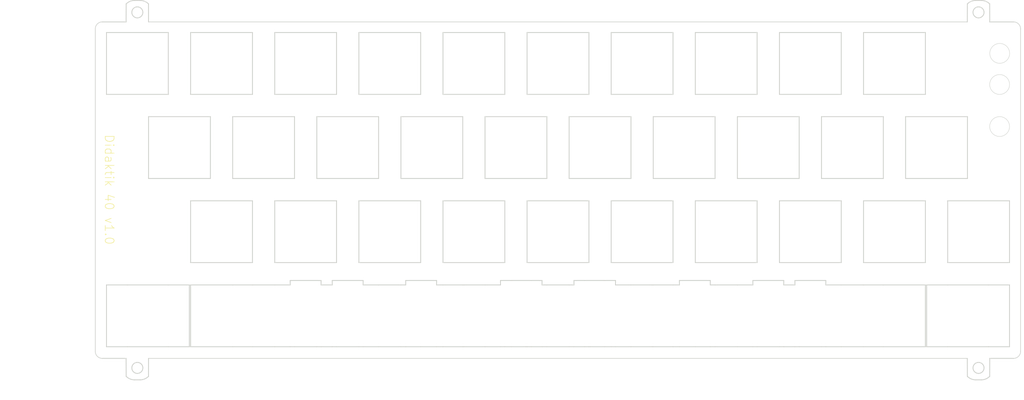
<source format=kicad_pcb>
(kicad_pcb (version 20211014) (generator pcbnew)

  (general
    (thickness 1.6)
  )

  (paper "A4")
  (layers
    (0 "F.Cu" signal)
    (31 "B.Cu" signal)
    (32 "B.Adhes" user "B.Adhesive")
    (33 "F.Adhes" user "F.Adhesive")
    (34 "B.Paste" user)
    (35 "F.Paste" user)
    (36 "B.SilkS" user "B.Silkscreen")
    (37 "F.SilkS" user "F.Silkscreen")
    (38 "B.Mask" user)
    (39 "F.Mask" user)
    (40 "Dwgs.User" user "User.Drawings")
    (41 "Cmts.User" user "User.Comments")
    (42 "Eco1.User" user "User.Eco1")
    (43 "Eco2.User" user "User.Eco2")
    (44 "Edge.Cuts" user)
    (45 "Margin" user)
    (46 "B.CrtYd" user "B.Courtyard")
    (47 "F.CrtYd" user "F.Courtyard")
    (48 "B.Fab" user)
    (49 "F.Fab" user)
    (50 "User.1" user)
    (51 "User.2" user)
    (52 "User.3" user)
    (53 "User.4" user)
    (54 "User.5" user)
    (55 "User.6" user)
    (56 "User.7" user)
    (57 "User.8" user)
    (58 "User.9" user)
  )

  (setup
    (stackup
      (layer "F.SilkS" (type "Top Silk Screen"))
      (layer "F.Paste" (type "Top Solder Paste"))
      (layer "F.Mask" (type "Top Solder Mask") (thickness 0.01))
      (layer "F.Cu" (type "copper") (thickness 0.035))
      (layer "dielectric 1" (type "core") (thickness 1.51) (material "FR4") (epsilon_r 4.5) (loss_tangent 0.02))
      (layer "B.Cu" (type "copper") (thickness 0.035))
      (layer "B.Mask" (type "Bottom Solder Mask") (thickness 0.01))
      (layer "B.Paste" (type "Bottom Solder Paste"))
      (layer "B.SilkS" (type "Bottom Silk Screen"))
      (copper_finish "None")
      (dielectric_constraints no)
    )
    (pad_to_mask_clearance 0)
    (pcbplotparams
      (layerselection 0x00010fc_ffffffff)
      (disableapertmacros false)
      (usegerberextensions false)
      (usegerberattributes true)
      (usegerberadvancedattributes true)
      (creategerberjobfile true)
      (svguseinch false)
      (svgprecision 6)
      (excludeedgelayer true)
      (plotframeref false)
      (viasonmask false)
      (mode 1)
      (useauxorigin false)
      (hpglpennumber 1)
      (hpglpenspeed 20)
      (hpglpendiameter 15.000000)
      (dxfpolygonmode true)
      (dxfimperialunits true)
      (dxfusepcbnewfont true)
      (psnegative false)
      (psa4output false)
      (plotreference true)
      (plotvalue true)
      (plotinvisibletext false)
      (sketchpadsonfab false)
      (subtractmaskfromsilk false)
      (outputformat 1)
      (mirror false)
      (drillshape 1)
      (scaleselection 1)
      (outputdirectory "")
    )
  )

  (net 0 "")

  (gr_line (start 67.34 105.44) (end 72.39 105.44) (layer "Edge.Cuts") (width 0.2) (tstamp 014dcc6d-6bd4-4ce7-bed4-fea7dce605d0))
  (gr_line (start 38.747844 27.801773) (end 38.735 31.877) (layer "Edge.Cuts") (width 0.2) (tstamp 035547ae-070c-496e-b94b-f31269fce3d4))
  (gr_line (start 210.215 67.34) (end 210.215 53.34) (layer "Edge.Cuts") (width 0.2) (tstamp 04103c59-3670-4989-85d5-bfbe9e625fb8))
  (gr_line (start 149.565 105.44) (end 153.065 105.44) (layer "Edge.Cuts") (width 0.2) (tstamp 058e810a-adb5-4632-a89f-3e66082f8681))
  (gr_line (start 85.415 105.44) (end 86.39 105.44) (layer "Edge.Cuts") (width 0.2) (tstamp 05e2f15c-8a08-4e3f-9839-4c660e0af396))
  (gr_line (start 167.64 48.29) (end 181.64 48.29) (layer "Edge.Cuts") (width 0.2) (tstamp 085c1968-49ea-4c14-8bbd-5275c19e9716))
  (gr_line (start 95.915 67.34) (end 95.915 53.34) (layer "Edge.Cuts") (width 0.2) (tstamp 08b7d497-767f-44e4-a426-5144d36d62a3))
  (gr_line (start 114.965 91.44) (end 110.49 91.44) (layer "Edge.Cuts") (width 0.2) (tstamp 093c954c-a769-4680-95a4-20acfc8bd6ce))
  (gr_line (start 39.0525 91.44) (end 34.29 91.44) (layer "Edge.Cuts") (width 0.2) (tstamp 094cb42d-e583-4084-a30d-4ceafc88b55c))
  (gr_line (start 180.665 90.44) (end 180.665 91.44) (layer "Edge.Cuts") (width 0.2) (tstamp 09d6809d-73be-49d1-9716-cb87dc64f2c5))
  (gr_line (start 81.915 105.44) (end 82.89 105.44) (layer "Edge.Cuts") (width 0.2) (tstamp 0a9727dd-1351-42a4-be81-430fd3937c1a))
  (gr_line (start 153.065 67.34) (end 153.065 53.34) (layer "Edge.Cuts") (width 0.2) (tstamp 0b64bf63-8703-4d53-9ae2-d80c124c0436))
  (gr_line (start 167.64 34.29) (end 167.64 48.29) (layer "Edge.Cuts") (width 0.2) (tstamp 0b8ac86a-073e-41b9-a263-46864d5c8385))
  (gr_line (start 57.815 53.34) (end 43.815 53.34) (layer "Edge.Cuts") (width 0.2) (tstamp 0be77a90-fe56-4e2b-b6d0-f66b945dbdbe))
  (gr_line (start 72.39 105.44) (end 75.89 105.44) (layer "Edge.Cuts") (width 0.2) (tstamp 0d24d1c0-a3da-4fcb-88f7-e97713683b83))
  (gr_line (start 172.115 53.34) (end 158.115 53.34) (layer "Edge.Cuts") (width 0.2) (tstamp 0e4e04df-74c3-4799-8ff4-2ceb8b6ab26f))
  (gr_line (start 109.052 91.44) (end 109.052 90.44) (layer "Edge.Cuts") (width 0.2) (tstamp 0f330b6b-3148-4d03-8e0c-ddf61085528d))
  (gr_line (start 91.44 105.44) (end 92.415 105.44) (layer "Edge.Cuts") (width 0.2) (tstamp 105d2fa5-054f-4157-baed-c7c5b3ce8a49))
  (gr_line (start 177.165 91.44) (end 172.115 91.44) (layer "Edge.Cuts") (width 0.2) (tstamp 10ca848f-35fb-4e58-94ea-befa6be558f0))
  (gr_line (start 85.415 90.44) (end 85.415 91.44) (layer "Edge.Cuts") (width 0.2) (tstamp 10f0d698-6da2-4cf7-8ead-a7cd5cb746b6))
  (gr_line (start 129.2525 105.44) (end 129.54 105.44) (layer "Edge.Cuts") (width 0.2) (tstamp 11026e76-45f1-499c-9138-83e0bfa2402d))
  (gr_line (start 102.052 90.44) (end 102.052 91.44) (layer "Edge.Cuts") (width 0.2) (tstamp 118d1d0b-c0aa-4659-a000-ca0e61b21562))
  (gr_line (start 34.29 34.29) (end 34.29 48.29) (layer "Edge.Cuts") (width 0.2) (tstamp 11d58571-2068-4acf-9ae1-efcb0a883e50))
  (gr_line (start 81.915 53.34) (end 81.915 67.34) (layer "Edge.Cuts") (width 0.2) (tstamp 129c33b3-0b19-47de-aa59-95234f3669bf))
  (gr_line (start 229.247844 27.801773) (end 229.235 31.877) (layer "Edge.Cuts") (width 0.2) (tstamp 137fc5bd-d25c-43f4-8ef7-6443c293ee0e))
  (gr_line (start 164.028 90.44) (end 164.028 91.44) (layer "Edge.Cuts") (width 0.2) (tstamp 138d6ae2-07a0-4dd3-b0d3-d9c831fb458a))
  (gr_line (start 102.052 91.44) (end 100.965 91.44) (layer "Edge.Cuts") (width 0.2) (tstamp 13dc51e1-d0fd-4025-9994-2ec693607dc1))
  (gr_line (start 196.215 105.44) (end 197.19 105.44) (layer "Edge.Cuts") (width 0.2) (tstamp 140aebad-0cc3-4823-b6a5-37fbd1d90394))
  (gr_circle (center 236.575064 39.004) (end 238.162564 40.5915) (layer "Edge.Cuts") (width 0.1) (fill none) (tstamp 1424a565-e8ad-436c-b4d7-dcf9bac3ec0e))
  (gr_line (start 105.44 48.29) (end 105.44 34.29) (layer "Edge.Cuts") (width 0.2) (tstamp 142b2a1e-c8a8-4fcb-92df-49e127f95b3b))
  (gr_line (start 162.59 105.44) (end 164.028 105.44) (layer "Edge.Cuts") (width 0.2) (tstamp 174ba6e0-c673-4808-9f84-b71b9768dd8f))
  (gr_line (start 132.928 91.44) (end 132.928 90.44) (layer "Edge.Cuts") (width 0.2) (tstamp 178c84ff-5a83-483a-85e9-fa88cdd63d63))
  (gr_arc (start 41.909355 27.018284) (mid 42.93304 27.22189) (end 43.800866 27.801773) (layer "Edge.Cuts") (width 0.2) (tstamp 17f8af72-a40e-4f9d-a464-57eb5bc58259))
  (gr_line (start 86.39 48.29) (end 86.39 34.29) (layer "Edge.Cuts") (width 0.2) (tstamp 17fc97cf-49a2-4816-bab6-6267ec2d2d21))
  (gr_line (start 39.0525 105.44) (end 48.29 105.44) (layer "Edge.Cuts") (width 0.2) (tstamp 1805d920-9d29-4bc8-80e4-4a44842d7f03))
  (gr_line (start 92.415 91.44) (end 92.415 90.44) (layer "Edge.Cuts") (width 0.2) (tstamp 187adb2e-64e0-4baf-93d6-fdee6dc21e8b))
  (gr_line (start 67.34 72.39) (end 53.34 72.39) (layer "Edge.Cuts") (width 0.2) (tstamp 1c3b0839-f729-4ef8-b35e-24f8d1b25bf9))
  (gr_line (start 53.34 48.29) (end 67.34 48.29) (layer "Edge.Cuts") (width 0.2) (tstamp 1e33406d-c8b4-4e8e-84e4-72e63116b2e9))
  (gr_line (start 177.165 67.34) (end 191.165 67.34) (layer "Edge.Cuts") (width 0.2) (tstamp 1f81bb4d-e5b4-4356-ae55-6fc5328bd91f))
  (gr_line (start 234.0275 91.44) (end 224.79 91.44) (layer "Edge.Cuts") (width 0.2) (tstamp 200d52a4-056c-4a5d-937b-aeda0edf93a2))
  (gr_line (start 215.265 67.34) (end 229.265 67.34) (layer "Edge.Cuts") (width 0.2) (tstamp 21e28c5a-bb72-4b78-9bc6-cdae8f63bb03))
  (gr_line (start 48.29 34.29) (end 34.29 34.29) (layer "Edge.Cuts") (width 0.2) (tstamp 22736ab2-788f-45a4-acad-a96b82bc2aa1))
  (gr_line (start 91.44 86.39) (end 105.44 86.39) (layer "Edge.Cuts") (width 0.2) (tstamp 22932e26-4b2c-4af7-a168-100b5d976acd))
  (gr_line (start 86.39 105.44) (end 91.44 105.44) (layer "Edge.Cuts") (width 0.2) (tstamp 229b4884-500c-47b6-8af0-af5c8268860b))
  (gr_line (start 157.8275 91.44) (end 153.065 91.44) (layer "Edge.Cuts") (width 0.2) (tstamp 23029278-0dfd-4bcb-9948-cbeea5c11dd4))
  (gr_line (start 172.115 91.44) (end 171.028 91.44) (layer "Edge.Cuts") (width 0.2) (tstamp 244ddc88-6c69-4170-84fd-a0f99e0622e4))
  (gr_line (start 72.39 86.39) (end 86.39 86.39) (layer "Edge.Cuts") (width 0.2) (tstamp 2547d6fe-129f-47d8-be50-29d9cbb4c1e4))
  (gr_line (start 81.915 67.34) (end 95.915 67.34) (layer "Edge.Cuts") (width 0.2) (tstamp 278f911f-b412-42f1-ba8d-b6a5051dd338))
  (gr_line (start 110.49 91.44) (end 109.052 91.44) (layer "Edge.Cuts") (width 0.2) (tstamp 27b1e16c-3a6d-4db3-a820-cd57ef92a218))
  (gr_line (start 109.052 90.44) (end 102.052 90.44) (layer "Edge.Cuts") (width 0.2) (tstamp 2a6fd77a-fbf7-4675-9f26-58550f2e58a1))
  (gr_line (start 153.065 105.44) (end 157.8275 105.44) (layer "Edge.Cuts") (width 0.2) (tstamp 2e15f03c-8712-420c-8f0c-4e4151d50a7d))
  (gr_line (start 186.69 48.29) (end 200.69 48.29) (layer "Edge.Cuts") (width 0.2) (tstamp 2eb4a32b-39a7-45cb-86d3-339e46a33f44))
  (gr_arc (start 234.302156 112.152227) (mid 233.434332 112.732114) (end 232.410645 112.935716) (layer "Edge.Cuts") (width 0.2) (tstamp 2ee39aad-8836-4445-a60a-77ee9ac64bd3))
  (gr_line (start 48.29 48.29) (end 48.29 34.29) (layer "Edge.Cuts") (width 0.2) (tstamp 2f1a61ed-bc1e-462e-acad-e57693a465dc))
  (gr_line (start 53.34 91.44) (end 53.34 105.44) (layer "Edge.Cuts") (width 0.2) (tstamp 30de5593-d46b-4945-a70c-b9800cdd1afd))
  (gr_line (start 229.249134 112.152227) (end 229.235645 108.077) (layer "Edge.Cuts") (width 0.2) (tstamp 32768606-a00b-4c98-800f-8df2a4c146d5))
  (gr_line (start 157.8275 105.44) (end 158.115 105.44) (layer "Edge.Cuts") (width 0.2) (tstamp 340d5f12-4730-4d00-aff7-cddbd1a6913e))
  (gr_circle (center 231.775 29.718) (end 230.525 29.718) (layer "Edge.Cuts") (width 0.2) (fill none) (tstamp 34ae1f91-bbd6-4591-9ac8-15bb8bd4fb0b))
  (gr_line (start 234.302156 112.152227) (end 234.315 108.077) (layer "Edge.Cuts") (width 0.2) (tstamp 36fc9a7e-a526-462e-9e5e-d20f94219842))
  (gr_line (start 43.802156 112.152227) (end 43.815 108.077) (layer "Edge.Cuts") (width 0.2) (tstamp 379fc54d-4f47-4d88-8802-edd38f96a0db))
  (gr_line (start 130.515 105.44) (end 132.928 105.44) (layer "Edge.Cuts") (width 0.2) (tstamp 38105479-b9a0-4884-98e7-6f6bafb609be))
  (gr_line (start 149.565 91.44) (end 149.565 90.44) (layer "Edge.Cuts") (width 0.2) (tstamp 38721a41-7fa5-4736-b600-c372304d0e47))
  (gr_line (start 142.565 105.44) (end 143.54 105.44) (layer "Edge.Cuts") (width 0.2) (tstamp 396f41fb-1307-499d-84ed-5c97dc9f95e6))
  (gr_line (start 82.89 91.44) (end 82.89 90.44) (layer "Edge.Cuts") (width 0.2) (tstamp 3ae3a1bc-a629-4a41-b866-836da9307a0e))
  (gr_line (start 186.69 105.44) (end 187.665 105.44) (layer "Edge.Cuts") (width 0.2) (tstamp 3b9b55e9-a139-4a6e-a61f-3f7f0c48108c))
  (gr_line (start 110.49 48.29) (end 124.49 48.29) (layer "Edge.Cuts") (width 0.2) (tstamp 3be15a55-ca84-450b-9b7e-d9370b5bd99b))
  (gr_line (start 38.749134 112.152227) (end 38.735 108.077) (layer "Edge.Cuts") (width 0.2) (tstamp 3ccf62bd-2a2a-46ad-87d4-a1d1368d6d20))
  (gr_line (start 86.39 34.29) (end 72.39 34.29) (layer "Edge.Cuts") (width 0.2) (tstamp 3d2f5918-a4a0-4c17-9e41-7fcc58477f9e))
  (gr_line (start 191.165 67.34) (end 191.165 53.34) (layer "Edge.Cuts") (width 0.2) (tstamp 3e4a7b96-9135-4dc9-9c40-3cf359a23567))
  (gr_line (start 124.49 34.29) (end 110.49 34.29) (layer "Edge.Cuts") (width 0.2) (tstamp 3e5eb423-dac2-4caa-ab65-01e0bb45f87b))
  (gr_line (start 67.34 86.39) (end 67.34 72.39) (layer "Edge.Cuts") (width 0.2) (tstamp 3e848d20-9bee-4134-b75f-5382cf262a04))
  (gr_line (start 34.29 91.44) (end 34.29 105.44) (layer "Edge.Cuts") (width 0.2) (tstamp 3f784be8-7606-4667-ab8a-a79eb0ca9ee6))
  (gr_line (start 124.49 48.29) (end 124.49 34.29) (layer "Edge.Cuts") (width 0.2) (tstamp 4093d6a2-b2f5-4556-8645-733f3be4a77d))
  (gr_line (start 234.315 31.877) (end 239.7125 31.877) (layer "Edge.Cuts") (width 0.2) (tstamp 418663cf-c21f-4919-bd8a-386af43bc794))
  (gr_line (start 158.115 105.44) (end 162.59 105.44) (layer "Edge.Cuts") (width 0.2) (tstamp 41c25a31-5f31-4bba-a3b4-aadd90d03900))
  (gr_line (start 181.64 72.39) (end 167.64 72.39) (layer "Edge.Cuts") (width 0.2) (tstamp 442329ad-ba5a-43fe-b332-38cb29360ac3))
  (gr_line (start 143.54 34.29) (end 129.54 34.29) (layer "Edge.Cuts") (width 0.2) (tstamp 4483373e-8545-44a1-babe-c860a449249f))
  (gr_line (start 62.865 91.44) (end 53.34 91.44) (layer "Edge.Cuts") (width 0.2) (tstamp 449aab68-b13c-46c1-b0c1-08940b80978b))
  (gr_line (start 110.49 105.44) (end 114.965 105.44) (layer "Edge.Cuts") (width 0.2) (tstamp 456cf2cd-0288-41ae-a4d0-a150e05c74d7))
  (gr_line (start 92.415 105.44) (end 95.915 105.44) (layer "Edge.Cuts") (width 0.2) (tstamp 458445cb-b6d5-42d7-b8ad-db315bba6526))
  (gr_line (start 100.965 91.44) (end 95.915 91.44) (layer "Edge.Cuts") (width 0.2) (tstamp 46d8b80a-65c4-4d56-b2a4-25bf6a0536e1))
  (gr_line (start 129.54 34.29) (end 129.54 48.29) (layer "Edge.Cuts") (width 0.2) (tstamp 47594196-76ec-4811-b8cf-6edf24d47852))
  (gr_line (start 180.665 105.44) (end 181.64 105.44) (layer "Edge.Cuts") (width 0.2) (tstamp 48458520-2f28-4ea2-9410-0af43f4670f2))
  (gr_line (start 139.065 67.34) (end 153.065 67.34) (layer "Edge.Cuts") (width 0.2) (tstamp 498682ec-730a-4234-b864-0ed7447734e8))
  (gr_arc (start 38.747844 27.801773) (mid 39.615668 27.221886) (end 40.639355 27.018284) (layer "Edge.Cuts") (width 0.2) (tstamp 498fcad6-5085-4172-ac50-0e0383d099a0))
  (gr_arc (start 33.3375 108.077) (mid 32.214968 107.612032) (end 31.75 106.4895) (layer "Edge.Cuts") (width 0.15) (tstamp 4d8e0157-fdc4-4dd2-8546-07f0d157f1de))
  (gr_line (start 224.79 72.39) (end 224.79 86.39) (layer "Edge.Cuts") (width 0.2) (tstamp 4db792b0-e019-47e3-a7c2-2bb4358fabeb))
  (gr_line (start 110.49 72.39) (end 110.49 86.39) (layer "Edge.Cuts") (width 0.2) (tstamp 4e90eae8-1250-49a3-8cfd-32f3aab315b7))
  (gr_line (start 91.44 48.29) (end 105.44 48.29) (layer "Edge.Cuts") (width 0.2) (tstamp 4ec6717e-ce4e-4a36-a0cb-f807f78e6dc6))
  (gr_line (start 143.8275 105.44) (end 147.152 105.44) (layer "Edge.Cuts") (width 0.2) (tstamp 4f714524-32fe-4068-92f0-c7f908925466))
  (gr_line (start 134.015 91.44) (end 132.928 91.44) (layer "Edge.Cuts") (width 0.2) (tstamp 5202f96c-731a-431a-951e-ee15d7f60612))
  (gr_line (start 167.64 72.39) (end 167.64 86.39) (layer "Edge.Cuts") (width 0.2) (tstamp 5240c8c3-099a-4a9e-9453-e956e32ebbc3))
  (gr_line (start 123.515 91.44) (end 120.015 91.44) (layer "Edge.Cuts") (width 0.2) (tstamp 549957c6-33e7-48ed-838d-81570dd1643a))
  (gr_line (start 109.052 105.44) (end 110.49 105.44) (layer "Edge.Cuts") (width 0.2) (tstamp 5599489b-7714-445b-910e-44ed5286c20e))
  (gr_line (start 140.152 105.44) (end 142.565 105.44) (layer "Edge.Cuts") (width 0.2) (tstamp 5707e684-a655-4d46-8956-e57c8bc034d2))
  (gr_line (start 86.39 86.39) (end 86.39 72.39) (layer "Edge.Cuts") (width 0.2) (tstamp 58f386f0-f819-4836-9443-0f51342fe888))
  (gr_line (start 43.800866 27.801773) (end 43.814355 31.877) (layer "Edge.Cuts") (width 0.2) (tstamp 5a327a17-cc23-4047-b903-05655ba511aa))
  (gr_line (start 196.215 53.34) (end 196.215 67.34) (layer "Edge.Cuts") (width 0.2) (tstamp 5cd625c4-55dd-421a-9eb2-ac7e58ad6d05))
  (gr_line (start 187.665 105.44) (end 190.19 105.44) (layer "Edge.Cuts") (width 0.2) (tstamp 5d8236f6-0dfc-4d12-9c40-60c7b214f4f1))
  (gr_line (start 219.74 34.29) (end 205.74 34.29) (layer "Edge.Cuts") (width 0.2) (tstamp 5de409fc-f469-47f4-b6d8-ed1cf7823020))
  (gr_circle (center 41.275 110.236) (end 42.525 110.236) (layer "Edge.Cuts") (width 0.2) (fill none) (tstamp 5e45d9cf-f886-4184-bc22-3e6d4496e78e))
  (gr_line (start 210.215 53.34) (end 196.215 53.34) (layer "Edge.Cuts") (width 0.2) (tstamp 5e4e50a0-a6ef-4f7b-b6aa-f5f251358cff))
  (gr_line (start 181.64 34.29) (end 167.64 34.29) (layer "Edge.Cuts") (width 0.2) (tstamp 5f4bec13-7532-495b-a443-f338436d909b))
  (gr_line (start 62.865 53.34) (end 62.865 67.34) (layer "Edge.Cuts") (width 0.2) (tstamp 5f9f7c88-de0f-4e58-ba13-df1f48aab309))
  (gr_line (start 95.915 105.44) (end 100.965 105.44) (layer "Edge.Cuts") (width 0.2) (tstamp 62dcbce2-b3f6-4bbb-969c-e9bb3bc30aee))
  (gr_line (start 76.865 67.34) (end 76.865 53.34) (layer "Edge.Cuts") (width 0.2) (tstamp 6328196c-7847-4448-bb38-2f79b92d0546))
  (gr_line (start 124.49 86.39) (end 124.49 72.39) (layer "Edge.Cuts") (width 0.2) (tstamp 632f86b8-33cc-4df7-a4a5-ac35ce816d8a))
  (gr_line (start 158.115 53.34) (end 158.115 67.34) (layer "Edge.Cuts") (width 0.2) (tstamp 63774a15-ee46-4f46-8845-8d8a5eca6620))
  (gr_line (start 171.028 105.44) (end 172.115 105.44) (layer "Edge.Cuts") (width 0.2) (tstamp 65c32d80-358c-4934-bf6b-04f23699230d))
  (gr_line (start 139.065 91.44) (end 134.015 91.44) (layer "Edge.Cuts") (width 0.2) (tstamp 677507b4-7caa-418c-95ff-e2c212c936c5))
  (gr_line (start 134.015 67.34) (end 134.015 53.34) (layer "Edge.Cuts") (width 0.2) (tstamp 6d72937c-6c36-4a99-9e77-01019efb348f))
  (gr_line (start 224.79 86.39) (end 238.79 86.39) (layer "Edge.Cuts") (width 0.2) (tstamp 6dab0c00-5a56-428c-971b-9aa52a264e28))
  (gr_line (start 224.79 91.44) (end 220.0275 91.44) (layer "Edge.Cuts") (width 0.2) (tstamp 6de8976f-4125-4739-bc29-9e0e4cda3795))
  (gr_line (start 72.39 48.29) (end 86.39 48.29) (layer "Edge.Cuts") (width 0.2) (tstamp 6eb7317a-2d9d-4ce1-a307-c423cb283751))
  (gr_line (start 158.115 91.44) (end 157.8275 91.44) (layer "Edge.Cuts") (width 0.2) (tstamp 71ae8b02-fa6f-4aaa-9bbb-b7d849ba2c5b))
  (gr_line (start 197.19 91.44) (end 197.19 90.44) (layer "Edge.Cuts") (width 0.2) (tstamp 71b8c12a-83df-48fe-a2e5-7291e8a78651))
  (gr_line (start 132.928 105.44) (end 134.015 105.44) (layer "Edge.Cuts") (width 0.2) (tstamp 7208c5a1-fc1f-45e1-9991-b48b56d1d35e))
  (gr_line (start 53.34 105.44) (end 62.865 105.44) (layer "Edge.Cuts") (width 0.2) (tstamp 724940a9-08a1-43d0-9239-0228a328096b))
  (gr_line (start 67.34 34.29) (end 53.34 34.29) (layer "Edge.Cuts") (width 0.2) (tstamp 724d087c-9df2-4dd0-8ff7-6023e94faf7c))
  (gr_line (start 238.79 86.39) (end 238.79 72.39) (layer "Edge.Cuts") (width 0.2) (tstamp 72686e69-5b19-4e01-9e78-87caaa94c558))
  (gr_line (start 110.49 34.29) (end 110.49 48.29) (layer "Edge.Cuts") (width 0.2) (tstamp 72d891aa-0978-4b9d-93a4-759808012f8b))
  (gr_line (start 162.59 48.29) (end 162.59 34.29) (layer "Edge.Cuts") (width 0.2) (tstamp 74d89a7e-0615-4580-bef7-84d8494afc68))
  (gr_line (start 123.515 90.44) (end 123.515 91.44) (layer "Edge.Cuts") (width 0.2) (tstamp 760304ab-938a-4baa-ae62-4c7201a92cdd))
  (gr_line (start 100.965 53.34) (end 100.965 67.34) (layer "Edge.Cuts") (width 0.2) (tstamp 7643197d-06f1-4396-befe-cb8fd7abbd67))
  (gr_line (start 48.29 105.44) (end 53.0525 105.44) (layer "Edge.Cuts") (width 0.2) (tstamp 77aa5dda-6f41-40fb-af4d-12b408417ed1))
  (gr_line (start 187.665 91.44) (end 187.665 90.44) (layer "Edge.Cuts") (width 0.2) (tstamp 798b750f-5b0f-4ed1-8bf6-f19c66c6fb13))
  (gr_line (start 105.44 34.29) (end 91.44 34.29) (layer "Edge.Cuts") (width 0.2) (tstamp 79980615-2310-4118-8c8e-a15e01c89d7c))
  (gr_line (start 186.69 34.29) (end 186.69 48.29) (layer "Edge.Cuts") (width 0.2) (tstamp 79b1658b-0a74-45e5-ae52-e778c2ea593f))
  (gr_line (start 115.2525 105.44) (end 120.015 105.44) (layer "Edge.Cuts") (width 0.2) (tstamp 7a907b90-479a-403e-b730-6b792575a16e))
  (gr_line (start 140.152 90.44) (end 140.152 91.44) (layer "Edge.Cuts") (width 0.2) (tstamp 7ac4a47e-884c-4a67-b2c5-c39a927f58bc))
  (gr_line (start 219.74 86.39) (end 219.74 72.39) (layer "Edge.Cuts") (width 0.2) (tstamp 7c400c79-1e7c-4e84-86f7-8e730d671858))
  (gr_line (start 91.44 34.29) (end 91.44 48.29) (layer "Edge.Cuts") (width 0.2) (tstamp 7ef1117f-f92c-41eb-82c7-182d4721e0b5))
  (gr_line (start 53.0525 105.44) (end 53.0525 91.44) (layer "Edge.Cuts") (width 0.2) (tstamp 7f8ed0cc-bc82-4c71-9f8f-58c6da330819))
  (gr_line (start 72.39 34.29) (end 72.39 48.29) (layer "Edge.Cuts") (width 0.2) (tstamp 81449572-18b9-4e62-bd82-baff34df9827))
  (gr_line (start 219.74 48.29) (end 219.74 34.29) (layer "Edge.Cuts") (width 0.2) (tstamp 817ca7b2-e5a3-477d-bc31-f06f3225e018))
  (gr_line (start 125.928 90.44) (end 123.515 90.44) (layer "Edge.Cuts") (width 0.2) (tstamp 8210a31a-e365-4be8-9649-b22a9dd47c71))
  (gr_line (start 153.065 53.34) (end 139.065 53.34) (layer "Edge.Cuts") (width 0.2) (tstamp 83395407-8be4-4f46-a44e-79bf29493495))
  (gr_line (start 130.515 90.44) (end 125.928 90.44) (layer "Edge.Cuts") (width 0.2) (tstamp 83cf699f-b013-4214-9308-074d345bfcc2))
  (gr_line (start 162.59 86.39) (end 162.59 72.39) (layer "Edge.Cuts") (width 0.2) (tstamp 83f5edaf-1781-4fd4-9034-1a1580b0826e))
  (gr_line (start 124.49 72.39) (end 110.49 72.39) (layer "Edge.Cuts") (width 0.2) (tstamp 852b6a04-f67a-4dfb-aa16-b2433b97dc4a))
  (gr_line (start 148.59 86.39) (end 162.59 86.39) (layer "Edge.Cuts") (width 0.2) (tstamp 854b0787-55a5-4563-815e-5acefc0a6578))
  (gr_line (start 114.965 67.34) (end 114.965 53.34) (layer "Edge.Cuts") (width 0.2) (tstamp 85983d11-d3c2-4951-95f7-0f1d71eb3046))
  (gr_line (start 75.89 91.44) (end 72.39 91.44) (layer "Edge.Cuts") (width 0.2) (tstamp 864a03cf-822f-4389-a530-6d0dc349333a))
  (gr_line (start 105.44 72.39) (end 91.44 72.39) (layer "Edge.Cuts") (width 0.2) (tstamp 86ed85d2-3f0b-43e4-b6d3-e189bd18e853))
  (gr_line (start 239.7125 108.077) (end 234.315 108.077) (layer "Edge.Cuts") (width 0.2) (tstamp 88434855-4f10-4052-808c-4295d6b1bded))
  (gr_line (start 125.928 105.44) (end 129.2525 105.44) (layer "Edge.Cuts") (width 0.2) (tstamp 89d64d69-7338-4fc5-9646-ea27907c32b2))
  (gr_line (start 48.29 91.44) (end 39.0525 91.44) (layer "Edge.Cuts") (width 0.2) (tstamp 8aa36a82-a041-4bf3-ba65-beecff0d08e2))
  (gr_line (start 200.69 34.29) (end 186.69 34.29) (layer "Edge.Cuts") (width 0.2) (tstamp 8ab925ba-cf0a-4879-b59a-d3eb74a49ae2))
  (gr_line (start 219.74 91.44) (end 210.215 91.44) (layer "Edge.Cuts") (width 0.2) (tstamp 8acff503-87b7-489e-a25e-09937195d75e))
  (gr_line (start 205.74 48.29) (end 219.74 48.29) (layer "Edge.Cuts") (width 0.2) (tstamp 8af926ef-6098-479d-9fb8-1075eb6059a9))
  (gr_line (start 139.065 53.34) (end 139.065 67.34) (layer "Edge.Cuts") (width 0.2) (tstamp 8c470fb8-531a-4799-86a5-7a0edc224467))
  (gr_line (start 72.39 72.39) (end 72.39 86.39) (layer "Edge.Cuts") (width 0.2) (tstamp 8d4c86e4-5ebd-40e8-9d8f-cba348ba8764))
  (gr_line (start 91.44 72.39) (end 91.44 86.39) (layer "Edge.Cuts") (width 0.2) (tstamp 8e501ae4-90ae-4bed-99dd-7eac928cdd05))
  (gr_line (start 140.152 91.44) (end 139.065 91.44) (layer "Edge.Cuts") (width 0.2) (tstamp 8e604675-0835-4ab0-919b-b9ddb77c2ce0))
  (gr_line (start 186.69 72.39) (end 186.69 86.39) (layer "Edge.Cuts") (width 0.2) (tstamp 8f61b639-93aa-44c1-bcd5-3156ac94c890))
  (gr_arc (start 232.409355 27.018284) (mid 233.43304 27.221889) (end 234.300866 27.801773) (layer "Edge.Cuts") (width 0.2) (tstamp 90da8564-6fd0-45b3-a71b-b12ba57dec4b))
  (gr_line (start 92.415 90.44) (end 85.415 90.44) (layer "Edge.Cuts") (width 0.2) (tstamp 911badea-3f57-497b-b9a4-a04ef4c7d045))
  (gr_line (start 105.44 105.44) (end 109.052 105.44) (layer "Edge.Cuts") (width 0.2) (tstamp 92cbe1a3-337a-45bf-9f36-dd00cd89548f))
  (gr_line (start 34.29 105.44) (end 39.0525 105.44) (layer "Edge.Cuts") (width 0.2) (tstamp 931fce2c-4610-41e4-a569-d4db515d138e))
  (gr_line (start 232.410645 112.935716) (end 231.140645 112.935716) (layer "Edge.Cuts") (width 0.2) (tstamp 9385b715-d43e-474b-94a9-89363ce39d25))
  (gr_line (start 205.74 34.29) (end 205.74 48.29) (layer "Edge.Cuts") (width 0.2) (tstamp 946ea9c1-1102-4526-8a54-2f54b51bb530))
  (gr_line (start 171.028 91.44) (end 171.028 90.44) (layer "Edge.Cuts") (width 0.2) (tstamp 950d877c-f91e-4982-b183-a512f1a2f4eb))
  (gr_line (start 238.79 105.44) (end 238.79 91.44) (layer "Edge.Cuts") (width 0.2) (tstamp 96a9d748-1514-411c-86fd-a13774e14f78))
  (gr_line (start 57.815 67.34) (end 57.815 53.34) (layer "Edge.Cuts") (width 0.2) (tstamp 96c8f53e-8e3c-4be8-981c-46782f5e7eb8))
  (gr_line (start 210.215 91.44) (end 205.74 91.44) (layer "Edge.Cuts") (width 0.2) (tstamp 96dd7489-57dc-48b3-ace6-e9f24f9081b3))
  (gr_circle (center 236.5525 55.5775) (end 238.14 57.165) (layer "Edge.Cuts") (width 0.1) (fill none) (tstamp 974b8b65-2cf1-46ff-bdaa-1bfa2c347659))
  (gr_line (start 124.49 105.44) (end 125.928 105.44) (layer "Edge.Cuts") (width 0.2) (tstamp 976a6afb-bbbb-46b7-9614-eedf406ef09a))
  (gr_line (start 43.815 67.34) (end 57.815 67.34) (layer "Edge.Cuts") (width 0.2) (tstamp 98431159-0421-4b6d-8cb0-7133f96500f8))
  (gr_line (start 200.69 72.39) (end 186.69 72.39) (layer "Edge.Cuts") (width 0.2) (tstamp 9cf5edb8-1956-44cf-9fd5-1f74db3a8810))
  (gr_line (start 149.565 90.44) (end 147.152 90.44) (layer "Edge.Cuts") (width 0.2) (tstamp 9d11533b-9440-43b9-a6ca-df2e52262058))
  (gr_line (start 196.215 67.34) (end 210.215 67.34) (layer "Edge.Cuts") (width 0.2) (tstamp 9d238b31-88f6-4fc9-94e0-e35b818d36b4))
  (gr_line (start 67.34 48.29) (end 67.34 34.29) (layer "Edge.Cuts") (width 0.2) (tstamp 9ea8fd13-8cc7-4a40-983d-025fe77c8259))
  (gr_line (start 167.64 86.39) (end 181.64 86.39) (layer "Edge.Cuts") (width 0.2) (tstamp 9f6ab99f-640e-4f06-b6e7-f2475a38ab20))
  (gr_line (start 164.028 105.44) (end 167.64 105.44) (layer "Edge.Cuts") (width 0.2) (tstamp 9ff18a94-7319-4eff-b5bc-5989ed8d02d7))
  (gr_line (start 114.965 53.34) (end 100.965 53.34) (layer "Edge.Cuts") (width 0.2) (tstamp a137f39a-52df-4e35-b53d-785bc6376c5b))
  (gr_line (start 105.44 86.39) (end 105.44 72.39) (layer "Edge.Cuts") (width 0.2) (tstamp a1b8ee21-a671-4e6d-9502-f7d43b7289f9))
  (gr_circle (center 41.275 29.718) (end 40.025 29.718) (layer "Edge.Cuts") (width 0.2) (fill none) (tstamp a24d2e2b-e368-4e36-b979-e1b4a9874983))
  (gr_line (start 234.300866 27.801773) (end 234.315 31.877) (layer "Edge.Cuts") (width 0.2) (tstamp a2be2727-95be-4010-912b-03a6b114a672))
  (gr_line (start 234.0275 105.44) (end 238.79 105.44) (layer "Edge.Cuts") (width 0.2) (tstamp a3e8d0b9-315e-458f-a8f1-1fcc54e00f0e))
  (gr_line (start 129.54 72.39) (end 129.54 86.39) (layer "Edge.Cuts") (width 0.2) (tstamp a40362bd-9720-47c7-b203-bd8e4120f44f))
  (gr_line (start 224.79 105.44) (end 234.0275 105.44) (layer "Edge.Cuts") (width 0.2) (tstamp a470f6cf-811c-466c-a361-901f33d17c54))
  (gr_line (start 147.152 90.44) (end 142.565 90.44) (layer "Edge.Cuts") (width 0.2) (tstamp a4ccef59-4f79-42f2-8e9a-8f9a70a34a12))
  (gr_line (start 53.34 86.39) (end 67.34 86.39) (layer "Edge.Cuts") (width 0.2) (tstamp a59114e3-bb40-4817-bd57-583a3b355974))
  (gr_line (start 220.0275 105.44) (end 224.79 105.44) (layer "Edge.Cuts") (width 0.2) (tstamp a7124f5e-a739-406f-b738-e596ddfcfe7b))
  (gr_line (start 231.139355 27.018284) (end 232.409355 27.018284) (layer "Edge.Cuts") (width 0.2) (tstamp a741e1b5-c2f3-41b9-ac96-4794b8e2a344))
  (gr_line (start 190.19 90.44) (end 190.19 91.44) (layer "Edge.Cuts") (width 0.2) (tstamp a7663fe1-4f2c-48b9-b799-ff8b18e57305))
  (gr_line (start 205.74 105.44) (end 210.215 105.44) (layer "Edge.Cuts") (width 0.2) (tstamp a7d7c489-3e6f-4bfe-bba8-64f164b0d7fc))
  (gr_line (start 148.59 34.29) (end 148.59 48.29) (layer "Edge.Cuts") (width 0.2) (tstamp a7db9aab-da46-458f-92dc-799acbca8bd4))
  (gr_circle (center 231.775 110.236) (end 233.025 110.236) (layer "Edge.Cuts") (width 0.2) (fill none) (tstamp a876d146-ae09-4c16-ae97-10414744b16f))
  (gr_line (start 72.39 91.44) (end 67.34 91.44) (layer "Edge.Cuts") (width 0.2) (tstamp a975fe6e-5372-45b3-a5ca-6c977a91ff9a))
  (gr_arc (start 43.802156 112.152227) (mid 42.934332 112.732114) (end 41.910645 112.935716) (layer "Edge.Cuts") (width 0.2) (tstamp aab2d1e0-51d4-4658-b1e0-0f19141791ec))
  (gr_line (start 34.29 48.29) (end 48.29 48.29) (layer "Edge.Cuts") (width 0.2) (tstamp ab16b288-340b-4f60-8241-d5b2476125cd))
  (gr_line (start 31.75 106.4895) (end 31.75 33.4645) (layer "Edge.Cuts") (width 0.15) (tstamp ac07bd45-cd84-4b32-bad4-fa9b47d7cad7))
  (gr_line (start 53.0525 91.44) (end 48.29 91.44) (layer "Edge.Cuts") (width 0.2) (tstamp acf16d28-4985-4bde-8f99-04ed504af31a))
  (gr_line (start 229.265 67.34) (end 229.265 53.34) (layer "Edge.Cuts") (width 0.2) (tstamp ad21ede4-6b0d-48ec-8fd3-c1602db690db))
  (gr_line (start 134.015 105.44) (end 139.065 105.44) (layer "Edge.Cuts") (width 0.2) (tstamp ad7e5c4c-049b-4e13-9cbf-a4172d29abf4))
  (gr_line (start 181.64 86.39) (end 181.64 72.39) (layer "Edge.Cuts") (width 0.2) (tstamp ad9f9f69-3341-444f-8bf2-54daf9858087))
  (gr_line (start 148.59 48.29) (end 162.59 48.29) (layer "Edge.Cuts") (width 0.2) (tstamp ae510d71-72b0-4daf-a539-785db267c8c0))
  (gr_line (start 120.015 67.34) (end 134.015 67.34) (layer "Edge.Cuts") (width 0.2) (tstamp ae747b28-d1f0-4767-9663-5033ba8668c7))
  (gr_line (start 134.015 53.34) (end 120.015 53.34) (layer "Edge.Cuts") (width 0.2) (tstamp ae7784bc-09a0-4a8e-860d-995cd592573d))
  (gr_line (start 143.54 105.44) (end 143.8275 105.44) (layer "Edge.Cuts") (width 0.2) (tstamp afe1d96d-51ab-460a-a59a-36b51466e361))
  (gr_line (start 215.265 53.34) (end 215.265 67.34) (layer "Edge.Cuts") (width 0.2) (tstamp b00c5726-8e0e-4cc7-bfab-1af4882464bb))
  (gr_line (start 197.19 105.44) (end 200.69 105.44) (layer "Edge.Cuts") (width 0.2) (tstamp b06eea05-6ad7-4cea-bd96-018ba7d0515b))
  (gr_arc (start 40.640645 112.935716) (mid 39.61696 112.732111) (end 38.749134 112.152227) (layer "Edge.Cuts") (width 0.2) (tstamp b1bb76d8-3765-48d3-a2ad-9a5ce6325627))
  (gr_circle (center 236.5525 46.0525) (end 238.14 47.64) (layer "Edge.Cuts") (width 0.1) (fill none) (tstamp b208de44-2f41-4207-acfb-5ade9d3bc3e7))
  (gr_line (start 171.028 90.44) (end 164.028 90.44) (layer "Edge.Cuts") (width 0.2) (tstamp b2546d00-95ad-4f7a-b386-ad072b6b29e7))
  (gr_line (start 43.814355 31.877) (end 229.235 31.877) (layer "Edge.Cuts") (width 0.15) (tstamp b3ab989a-598d-4e94-810d-e785b201f1ea))
  (gr_line (start 200.69 86.39) (end 200.69 72.39) (layer "Edge.Cuts") (width 0.2) (tstamp b3beac3c-03bd-43f5-8a19-e76972f098ca))
  (gr_line (start 115.2525 91.44) (end 114.965 91.44) (layer "Edge.Cuts") (width 0.2) (tstamp b4369702-227f-4dd9-9118-3dca6f225a59))
  (gr_line (start 219.74 105.44) (end 219.74 91.44) (layer "Edge.Cuts") (width 0.2) (tstamp b43bc90d-c083-4b45-b9d3-8d9ea52f712e))
  (gr_line (start 129.54 105.44) (end 130.515 105.44) (layer "Edge.Cuts") (width 0.2) (tstamp b5ad8b67-c0c3-452b-83c4-445dee813b8f))
  (gr_line (start 53.34 34.29) (end 53.34 48.29) (layer "Edge.Cuts") (width 0.2) (tstamp b5c49bc9-0610-495f-b934-fd2a1b14fcde))
  (gr_line (start 120.015 53.34) (end 120.015 67.34) (layer "Edge.Cuts") (width 0.2) (tstamp b6abc08b-6d7a-41a5-b118-a1ff01881f5b))
  (gr_line (start 67.34 91.44) (end 62.865 91.44) (layer "Edge.Cuts") (width 0.2) (tstamp b73716ba-2c15-4e52-a54b-d8da33c821c7))
  (gr_line (start 200.69 91.44) (end 197.19 91.44) (layer "Edge.Cuts") (width 0.2) (tstamp b7402655-d167-450f-88cc-e035ab43cd94))
  (gr_line (start 62.865 105.44) (end 67.34 105.44) (layer "Edge.Cuts") (width 0.2) (tstamp b775d054-6668-40eb-877e-effb6ee4c9ea))
  (gr_line (start 86.39 72.39) (end 72.39 72.39) (layer "Edge.Cuts") (width 0.2) (tstamp b7e75bd8-932d-4092-a592-c9be6df37075))
  (gr_line (start 191.165 53.34) (end 177.165 53.34) (layer "Edge.Cuts") (width 0.2) (tstamp b944f1db-da4a-4163-8e8e-5a53ed63100a))
  (gr_line (start 53.34 72.39) (end 53.34 86.39) (layer "Edge.Cuts") (width 0.2) (tstamp b9d74257-6655-4b3c-ba62-58b4d3d39027))
  (gr_line (start 162.59 91.44) (end 158.115 91.44) (layer "Edge.Cuts") (width 0.2) (tstamp ba1392a4-bb2a-4017-87f0-ec529c459503))
  (gr_line (start 100.965 67.34) (end 114.965 67.34) (layer "Edge.Cuts") (width 0.2) (tstamp ba638425-32ae-4a31-b4fd-c0fa42a0ab1c))
  (gr_line (start 95.915 91.44) (end 92.415 91.44) (layer "Edge.Cuts") (width 0.2) (tstamp ba65a6bd-c39d-46f3-a1eb-bfd5245de877))
  (gr_line (start 95.915 53.34) (end 81.915 53.34) (layer "Edge.Cuts") (width 0.2) (tstamp bb883536-4b3d-4ded-9bb2-84992f37c64a))
  (gr_line (start 143.54 48.29) (end 143.54 34.29) (layer "Edge.Cuts") (width 0.2) (tstamp bc951396-b1a1-4b5a-be93-0fc2c65bc654))
  (gr_line (start 220.0275 91.44) (end 220.0275 105.44) (layer "Edge.Cuts") (width 0.2) (tstamp bd8f8cf4-3e0f-4dc5-b424-0714d6f213b4))
  (gr_line (start 197.19 90.44) (end 190.19 90.44) (layer "Edge.Cuts") (width 0.2) (tstamp bda1e536-9cc6-4191-84f2-9ce6263fc952))
  (gr_line (start 180.665 91.44) (end 177.165 91.44) (layer "Edge.Cuts") (width 0.2) (tstamp be234922-71d8-4136-a860-afa0aca93ac0))
  (gr_line (start 181.64 48.29) (end 181.64 34.29) (layer "Edge.Cuts") (width 0.2) (tstamp be3fd893-b0b1-4739-a728-d2976d0812f8))
  (gr_line (start 139.065 105.44) (end 140.152 105.44) (layer "Edge.Cuts") (width 0.2) (tstamp bede1755-acce-4bd4-8945-1b89ca293835))
  (gr_line (start 162.59 34.29) (end 148.59 34.29) (layer "Edge.Cuts") (width 0.2) (tstamp c0f408cf-1d7f-400b-a797-f06a6496dd6f))
  (gr_line (start 172.115 105.44) (end 177.165 105.44) (layer "Edge.Cuts") (width 0.2) (tstamp c0fea6ef-afc1-477c-9a81-12f1ab3d00fd))
  (gr_line (start 75.89 90.44) (end 75.89 91.44) (layer "Edge.Cuts") (width 0.2) (tstamp c263b5eb-530d-4b52-8f49-ff462156a1b9))
  (gr_line (start 129.54 48.29) (end 143.54 48.29) (layer "Edge.Cuts") (width 0.2) (tstamp c3a95294-a290-4941-99f4-52f982fcfaa8))
  (gr_line (start 40.639355 27.018284) (end 41.909355 27.018284) (layer "Edge.Cuts") (width 0.2) (tstamp c4653eee-f09e-49e1-a133-1d9df7aea904))
  (gr_line (start 120.015 105.44) (end 123.515 105.44) (layer "Edge.Cuts") (width 0.2) (tstamp c46fd722-0dc2-4ee6-aaab-a7d70590a053))
  (gr_line (start 200.69 105.44) (end 205.74 105.44) (layer "Edge.Cuts") (width 0.2) (tstamp c4dc4d38-228b-4db0-9941-426281fdd4ff))
  (gr_line (start 164.028 91.44) (end 162.59 91.44) (layer "Edge.Cuts") (width 0.2) (tstamp c8cfe84e-2a43-47c5-91da-5356b201233d))
  (gr_line (start 187.665 90.44) (end 180.665 90.44) (layer "Edge.Cuts") (width 0.2) (tstamp cb8c5b98-3dc5-46ca-8230-ea5fc0863325))
  (gr_line (start 205.74 72.39) (end 205.74 86.39) (layer "Edge.Cuts") (width 0.2) (tstamp cbf3d223-f2b0-4491-97b1-408362fd1eae))
  (gr_line (start 85.415 91.44) (end 82.89 91.44) (layer "Edge.Cuts") (width 0.2) (tstamp cd15acbc-8c76-47c6-8a69-42bcec335dc8))
  (gr_line (start 191.165 105.44) (end 196.215 105.44) (layer "Edge.Cuts") (width 0.2) (tstamp cd3cc622-78d5-4014-b816-8041893eda27))
  (gr_line (start 148.59 72.39) (end 148.59 86.39) (layer "Edge.Cuts") (width 0.2) (tstamp cd8c30f1-36b1-4c3c-bc03-34c1f047b9f0))
  (gr_line (start 43.815 53.34) (end 43.815 67.34) (layer "Edge.Cuts") (width 0.2) (tstamp cee3a866-9814-494b-9173-abc5e117e83e))
  (gr_line (start 205.74 91.44) (end 200.69 91.44) (layer "Edge.Cuts") (width 0.2) (tstamp d060ae6c-8baa-4332-9b7e-3011b3a19ec2))
  (gr_line (start 82.89 90.44) (end 75.89 90.44) (layer "Edge.Cuts") (width 0.2) (tstamp d2354b37-77b6-455b-abe4-2682d0a0db57))
  (gr_line (start 238.79 72.39) (end 224.79 72.39) (layer "Edge.Cuts") (width 0.2) (tstamp d25c9132-6fc5-4892-84a6-95051d78bd7d))
  (gr_arc (start 241.3 106.4895) (mid 240.835032 107.612032) (end 239.7125 108.077) (layer "Edge.Cuts") (width 0.15) (tstamp d2bc09d0-41f0-4f74-b85c-73ee0f8e9f0b))
  (gr_arc (start 229.247844 27.801773) (mid 230.115668 27.221886) (end 231.139355 27.018284) (layer "Edge.Cuts") (width 0.2) (tstamp d40eeb48-2ea0-464a-bcc6-acac95df0e83))
  (gr_line (start 229.235645 108.077) (end 43.815 108.077) (layer "Edge.Cuts") (width 0.15) (tstamp d76890d9-3717-4cdb-b100-c0cbe762f264))
  (gr_line (start 219.74 72.39) (end 205.74 72.39) (layer "Edge.Cuts") (width 0.2) (tstamp d77b9684-e0a6-4793-bc7b-9f7f8979e2fa))
  (gr_line (start 38.735 108.077) (end 33.3375 108.077) (layer "Edge.Cuts") (width 0.2) (tstamp d8bd2eec-6c13-42a3-8924-4702bc08c420))
  (gr_line (start 162.59 72.39) (end 148.59 72.39) (layer "Edge.Cuts") (width 0.2) (tstamp da299683-09f3-428c-982b-0fd8bd5e18d9))
  (gr_line (start 123.515 105.44) (end 124.49 105.44) (layer "Edge.Cuts") (width 0.2) (tstamp db0c6c23-8d62-4e72-97f8-5b2e7608d718))
  (gr_line (start 142.565 90.44) (end 140.152 90.44) (layer "Edge.Cuts") (width 0.2) (tstamp dbf51f25-f1ed-493b-9e45-d2209a06b861))
  (gr_line (start 177.165 53.34) (end 177.165 67.34) (layer "Edge.Cuts") (width 0.2) (tstamp dc508cc5-635e-44fb-b3d3-c5b862795b86))
  (gr_line (start 76.865 105.44) (end 81.915 105.44) (layer "Edge.Cuts") (width 0.2) (tstamp dcb7eb8d-3ba6-4245-a978-b190db3f3318))
  (gr_line (start 200.69 48.29) (end 200.69 34.29) (layer "Edge.Cuts") (width 0.2) (tstamp dcc343c8-f821-4dd4-afbc-867af30f5043))
  (gr_line (start 143.54 72.39) (end 129.54 72.39) (layer "Edge.Cuts") (width 0.2) (tstamp dd0f7b76-2fa7-4b97-910a-34ffc732916b))
  (gr_line (start 147.152 105.44) (end 148.59 105.44) (layer "Edge.Cuts") (width 0.2) (tstamp de96b17d-998a-428e-8ce1-fbd5692647cf))
  (gr_line (start 76.865 53.34) (end 62.865 53.34) (layer "Edge.Cuts") (width 0.2) (tstamp df7f137b-ac94-4e34-84dd-60fc9bbfd970))
  (gr_line (start 110.49 86.39) (end 124.49 86.39) (layer "Edge.Cuts") (width 0.2) (tstamp e08a0123-92a5-41c5-aee0-066c5e2855a7))
  (gr_line (start 177.165 105.44) (end 180.665 105.44) (layer "Edge.Cuts") (width 0.2) (tstamp e194ea14-eb44-43d2-b2d4-e88ac8a6c974))
  (gr_line (start 120.015 91.44) (end 115.2525 91.44) (layer "Edge.Cuts") (width 0.2) (tstamp e1bc3c7e-d365-43b4-9d5f-69faf7ac7b64))
  (gr_arc (start 239.7125 31.877) (mid 240.835032 32.341968) (end 241.3 33.4645) (layer "Edge.Cuts") (width 0.15) (tstamp e221c93f-ddde-49aa-bf6c-1b698296761e))
  (gr_line (start 181.64 105.44) (end 186.69 105.44) (layer "Edge.Cuts") (width 0.2) (tstamp e303a2fa-cf18-4158-8ebd-b8b2f297a6ae))
  (gr_line (start 62.865 67.34) (end 76.865 67.34) (layer "Edge.Cuts") (width 0.2) (tstamp e3ace543-a749-4725-9692-aa72a5a6acb4))
  (gr_line (start 33.3375 31.877) (end 38.735 31.877) (layer "Edge.Cuts") (width 0.2) (tstamp e5cc8ff3-50ff-472a-ad93-fb34e47b9e4a))
  (gr_line (start 190.19 91.44) (end 187.665 91.44) (layer "Edge.Cuts") (width 0.2) (tstamp e646f5ba-c68c-411f-9402-306a7725ff09))
  (gr_arc (start 31.75 33.4645) (mid 32.214968 32.341968) (end 33.3375 31.877) (layer "Edge.Cuts") (width 0.15) (tstamp e65c927b-7a2e-4ce3-b9d9-caad65214bd8))
  (gr_line (start 129.54 86.39) (end 143.54 86.39) (layer "Edge.Cuts") (width 0.2) (tstamp e6cd1474-aed4-4115-9047-1fd1613a9055))
  (gr_line (start 167.64 105.44) (end 171.028 105.44) (layer "Edge.Cuts") (width 0.2) (tstamp e9ee4bb1-3716-42b9-b5c1-0f541d47c2d5))
  (gr_line (start 41.910645 112.935716) (end 40.640645 112.935716) (layer "Edge.Cuts") (width 0.2) (tstamp eb5e6d42-24e7-44fc-8877-8d65aef332b0))
  (gr_line (start 238.79 91.44) (end 234.0275 91.44) (layer "Edge.Cuts") (width 0.2) (tstamp ecfb1c9a-a964-40ff-a56f-3617e62f0d59))
  (gr_line (start 100.965 105.44) (end 102.052 105.44) (layer "Edge.Cuts") (width 0.2) (tstamp ed625934-5a34-4b1a-b7ea-773d19fb6aeb))
  (gr_line (start 153.065 91.44) (end 149.565 91.44) (layer "Edge.Cuts") (width 0.2) (tstamp ef9ddcc7-07ce-481e-a7b3-40c8084d48b8))
  (gr_line (start 210.215 105.44) (end 219.74 105.44) (layer "Edge.Cuts") (width 0.2) (tstamp efa5ed57-172a-420f-a84e-03e3c1c3550b))
  (gr_line (start 132.928 90.44) (end 130.515 90.44) (layer "Edge.Cuts") (width 0.2) (tstamp eff0c9fe-986c-4e80-9657-55e2f3f2684f))
  (gr_line (start 114.965 105.44) (end 115.2525 105.44) (layer "Edge.Cuts") (width 0.2) (tstamp f30aa23a-efd9-4fb9-9233-cf6d5da4e9b0))
  (gr_line (start 205.74 86.39) (end 219.74 86.39) (layer "Edge.Cuts") (width 0.2) (tstamp f46ae65c-01fd-4617-80e7-b512ba61961d))
  (gr_arc (start 231.140645 112.935716) (mid 230.11696 112.732111) (end 229.249134 112.152227) (layer "Edge.Cuts") (width 0.2) (tstamp f6b9e570-8a28-4c28-9153-b1281de4a293))
  (gr_line (start 241.3 33.4645) (end 241.3 106.4895) (layer "Edge.Cuts") (width 0.15) (tstamp f8c0f66f-50a0-4978-ab52-21ad0cf558d9))
  (gr_line (start 229.265 53.34) (end 215.265 53.34) (layer "Edge.Cuts") (width 0.2) (tstamp f93f467e-4e0a-4462-bfca-09b36c2c8847))
  (gr_line (start 143.54 86.39) (end 143.54 72.39) (layer "Edge.Cuts") (width 0.2) (tstamp f94ad142-4704-461d-a8cf-8f03e3647c84))
  (gr_line (start 172.115 67.34) (end 172.115 53.34) (layer "Edge.Cuts") (width 0.2) (tstamp fc25465d-906a-4648-9d19-4519d0684b63))
  (gr_line (start 148.59 105.44) (end 149.565 105.44) (layer "Edge.Cuts") (width 0.2) (tstamp fc380dc0-5d20-4cbb-a7d1-e0f71f69171f))
  (gr_line (start 75.89 105.44) (end 76.865 105.44) (layer "Edge.Cuts") (width 0.2) (tstamp fc83b6cd-7177-491b-a65b-a2056edfce60))
  (gr_line (start 82.89 105.44) (end 85.415 105.44) (layer "Edge.Cuts") (width 0.2) (tstamp fc8bcaa5-31ca-40ea-bc08-c0c4d0c5b3c8))
  (gr_line (start 186.69 86.39) (end 200.69 86.39) (layer "Edge.Cuts") (width 0.2) (tstamp fdb18cac-b574-4544-8e2d-01141f97eef7))
  (gr_line (start 102.052 105.44) (end 105.44 105.44) (layer "Edge.Cuts") (width 0.2) (tstamp fea350fe-0bca-435b-9752-8f6997235705))
  (gr_line (start 158.115 67.34) (end 172.115 67.34) (layer "Edge.Cuts") (width 0.2) (tstamp ffde9601-3c0a-49b1-bafc-09679077e204))
  (gr_line (start 190.19 105.44) (end 191.165 105.44) (layer "Edge.Cuts") (width 0.2) (tstamp ffff0fc2-34f4-4d84-a46c-8378153bfdeb))
  (gr_text "Didaktik 40 v1.0" (at 34.925 69.85 -90) (layer "F.SilkS") (tstamp 13b70b12-611b-4f54-a8f8-84d3911ba8ed)
    (effects (font (size 2 2) (thickness 0.15)))
  )
  (dimension (type aligned) (layer "Cmts.User") (tstamp 14b0bdcf-3748-4194-bff2-f980c606cc94)
    (pts (xy 48.30237 31.802739) (xy 48.30237 108.15661))
    (height 32.04637)
    (gr_text "76.3539 mm" (at 15.106 69.979674 90) (layer "Cmts.User") (tstamp 14b0bdcf-3748-4194-bff2-f980c606cc94)
      (effects (font (size 1 1) (thickness 0.15)))
    )
    (format (units 3) (units_format 1) (precision 4))
    (style (thickness 0.15) (arrow_length 1.27) (text_position_mode 0) (extension_height 0.58642) (extension_offset 0.5) keep_text_aligned)
  )
  (dimension (type aligned) (layer "Cmts.User") (tstamp d42219cd-c367-461e-a024-1a35253750a9)
    (pts (xy 32.314978 106.743954) (xy 242.008765 106.743954))
    (height 10.065262)
    (gr_text "209.6938 mm" (at 137.161871 115.659216) (layer "Cmts.User") (tstamp d42219cd-c367-461e-a024-1a35253750a9)
      (effects (font (size 1 1) (thickness 0.15)))
    )
    (format (units 3) (units_format 1) (precision 4))
    (style (thickness 0.15) (arrow_length 1.27) (text_position_mode 0) (extension_height 0.58642) (extension_offset 0.5) keep_text_aligned)
  )

  (group "" (id 440abbae-b521-47ef-95c5-ce651582e648)
    (members
      014dcc6d-6bd4-4ce7-bed4-fea7dce605d0
      04103c59-3670-4989-85d5-bfbe9e625fb8
      058e810a-adb5-4632-a89f-3e66082f8681
      05e2f15c-8a08-4e3f-9839-4c660e0af396
      085c1968-49ea-4c14-8bbd-5275c19e9716
      08b7d497-767f-44e4-a426-5144d36d62a3
      093c954c-a769-4680-95a4-20acfc8bd6ce
      094cb42d-e583-4084-a30d-4ceafc88b55c
      09d6809d-73be-49d1-9716-cb87dc64f2c5
      0a9727dd-1351-42a4-be81-430fd3937c1a
      0b64bf63-8703-4d53-9ae2-d80c124c0436
      0b8ac86a-073e-41b9-a263-46864d5c8385
      0be77a90-fe56-4e2b-b6d0-f66b945dbdbe
      0d24d1c0-a3da-4fcb-88f7-e97713683b83
      0e4e04df-74c3-4799-8ff4-2ceb8b6ab26f
      0f330b6b-3148-4d03-8e0c-ddf61085528d
      105d2fa5-054f-4157-baed-c7c5b3ce8a49
      10ca848f-35fb-4e58-94ea-befa6be558f0
      10f0d698-6da2-4cf7-8ead-a7cd5cb746b6
      11026e76-45f1-499c-9138-83e0bfa2402d
      118d1d0b-c0aa-4659-a000-ca0e61b21562
      11d58571-2068-4acf-9ae1-efcb0a883e50
      129c33b3-0b19-47de-aa59-95234f3669bf
      138d6ae2-07a0-4dd3-b0d3-d9c831fb458a
      13dc51e1-d0fd-4025-9994-2ec693607dc1
      140aebad-0cc3-4823-b6a5-37fbd1d90394
      142b2a1e-c8a8-4fcb-92df-49e127f95b3b
      174ba6e0-c673-4808-9f84-b71b9768dd8f
      178c84ff-5a83-483a-85e9-fa88cdd63d63
      17fc97cf-49a2-4816-bab6-6267ec2d2d21
      1805d920-9d29-4bc8-80e4-4a44842d7f03
      187adb2e-64e0-4baf-93d6-fdee6dc21e8b
      1c3b0839-f729-4ef8-b35e-24f8d1b25bf9
      1e33406d-c8b4-4e8e-84e4-72e63116b2e9
      1f81bb4d-e5b4-4356-ae55-6fc5328bd91f
      200d52a4-056c-4a5d-937b-aeda0edf93a2
      21e28c5a-bb72-4b78-9bc6-cdae8f63bb03
      22736ab2-788f-45a4-acad-a96b82bc2aa1
      22932e26-4b2c-4af7-a168-100b5d976acd
      229b4884-500c-47b6-8af0-af5c8268860b
      23029278-0dfd-4bcb-9948-cbeea5c11dd4
      244ddc88-6c69-4170-84fd-a0f99e0622e4
      2547d6fe-129f-47d8-be50-29d9cbb4c1e4
      278f911f-b412-42f1-ba8d-b6a5051dd338
      27b1e16c-3a6d-4db3-a820-cd57ef92a218
      2a6fd77a-fbf7-4675-9f26-58550f2e58a1
      2e15f03c-8712-420c-8f0c-4e4151d50a7d
      2eb4a32b-39a7-45cb-86d3-339e46a33f44
      2f1a61ed-bc1e-462e-acad-e57693a465dc
      30de5593-d46b-4945-a70c-b9800cdd1afd
      340d5f12-4730-4d00-aff7-cddbd1a6913e
      38105479-b9a0-4884-98e7-6f6bafb609be
      38721a41-7fa5-4736-b600-c372304d0e47
      396f41fb-1307-499d-84ed-5c97dc9f95e6
      3ae3a1bc-a629-4a41-b866-836da9307a0e
      3b9b55e9-a139-4a6e-a61f-3f7f0c48108c
      3be15a55-ca84-450b-9b7e-d9370b5bd99b
      3d2f5918-a4a0-4c17-9e41-7fcc58477f9e
      3e4a7b96-9135-4dc9-9c40-3cf359a23567
      3e5eb423-dac2-4caa-ab65-01e0bb45f87b
      3e848d20-9bee-4134-b75f-5382cf262a04
      3f784be8-7606-4667-ab8a-a79eb0ca9ee6
      4093d6a2-b2f5-4556-8645-733f3be4a77d
      41c25a31-5f31-4bba-a3b4-aadd90d03900
      442329ad-ba5a-43fe-b332-38cb29360ac3
      4483373e-8545-44a1-babe-c860a449249f
      449aab68-b13c-46c1-b0c1-08940b80978b
      456cf2cd-0288-41ae-a4d0-a150e05c74d7
      458445cb-b6d5-42d7-b8ad-db315bba6526
      46d8b80a-65c4-4d56-b2a4-25bf6a0536e1
      47594196-76ec-4811-b8cf-6edf24d47852
      48458520-2f28-4ea2-9410-0af43f4670f2
      498682ec-730a-4234-b864-0ed7447734e8
      4db792b0-e019-47e3-a7c2-2bb4358fabeb
      4e90eae8-1250-49a3-8cfd-32f3aab315b7
      4ec6717e-ce4e-4a36-a0cb-f807f78e6dc6
      4f714524-32fe-4068-92f0-c7f908925466
      5202f96c-731a-431a-951e-ee15d7f60612
      5240c8c3-099a-4a9e-9453-e956e32ebbc3
      549957c6-33e7-48ed-838d-81570dd1643a
      5599489b-7714-445b-910e-44ed5286c20e
      5707e684-a655-4d46-8956-e57c8bc034d2
      58f386f0-f819-4836-9443-0f51342fe888
      5cd625c4-55dd-421a-9eb2-ac7e58ad6d05
      5d8236f6-0dfc-4d12-9c40-60c7b214f4f1
      5de409fc-f469-47f4-b6d8-ed1cf7823020
      5e4e50a0-a6ef-4f7b-b6aa-f5f251358cff
      5f4bec13-7532-495b-a443-f338436d909b
      5f9f7c88-de0f-4e58-ba13-df1f48aab309
      62dcbce2-b3f6-4bbb-969c-e9bb3bc30aee
      6328196c-7847-4448-bb38-2f79b92d0546
      632f86b8-33cc-4df7-a4a5-ac35ce816d8a
      63774a15-ee46-4f46-8845-8d8a5eca6620
      65c32d80-358c-4934-bf6b-04f23699230d
      677507b4-7caa-418c-95ff-e2c212c936c5
      6d72937c-6c36-4a99-9e77-01019efb348f
      6dab0c00-5a56-428c-971b-9aa52a264e28
      6de8976f-4125-4739-bc29-9e0e4cda3795
      6eb7317a-2d9d-4ce1-a307-c423cb283751
      71ae8b02-fa6f-4aaa-9bbb-b7d849ba2c5b
      71b8c12a-83df-48fe-a2e5-7291e8a78651
      7208c5a1-fc1f-45e1-9991-b48b56d1d35e
      724940a9-08a1-43d0-9239-0228a328096b
      724d087c-9df2-4dd0-8ff7-6023e94faf7c
      72686e69-5b19-4e01-9e78-87caaa94c558
      72d891aa-0978-4b9d-93a4-759808012f8b
      74d89a7e-0615-4580-bef7-84d8494afc68
      760304ab-938a-4baa-ae62-4c7201a92cdd
      7643197d-06f1-4396-befe-cb8fd7abbd67
      77aa5dda-6f41-40fb-af4d-12b408417ed1
      798b750f-5b0f-4ed1-8bf6-f19c66c6fb13
      79980615-2310-4118-8c8e-a15e01c89d7c
      79b1658b-0a74-45e5-ae52-e778c2ea593f
      7a907b90-479a-403e-b730-6b792575a16e
      7ac4a47e-884c-4a67-b2c5-c39a927f58bc
      7c400c79-1e7c-4e84-86f7-8e730d671858
      7ef1117f-f92c-41eb-82c7-182d4721e0b5
      7f8ed0cc-bc82-4c71-9f8f-58c6da330819
      81449572-18b9-4e62-bd82-baff34df9827
      817ca7b2-e5a3-477d-bc31-f06f3225e018
      8210a31a-e365-4be8-9649-b22a9dd47c71
      83395407-8be4-4f46-a44e-79bf29493495
      83cf699f-b013-4214-9308-074d345bfcc2
      83f5edaf-1781-4fd4-9034-1a1580b0826e
      852b6a04-f67a-4dfb-aa16-b2433b97dc4a
      854b0787-55a5-4563-815e-5acefc0a6578
      85983d11-d3c2-4951-95f7-0f1d71eb3046
      864a03cf-822f-4389-a530-6d0dc349333a
      86ed85d2-3f0b-43e4-b6d3-e189bd18e853
      89d64d69-7338-4fc5-9646-ea27907c32b2
      8aa36a82-a041-4bf3-ba65-beecff0d08e2
      8ab925ba-cf0a-4879-b59a-d3eb74a49ae2
      8acff503-87b7-489e-a25e-09937195d75e
      8af926ef-6098-479d-9fb8-1075eb6059a9
      8c470fb8-531a-4799-86a5-7a0edc224467
      8d4c86e4-5ebd-40e8-9d8f-cba348ba8764
      8e501ae4-90ae-4bed-99dd-7eac928cdd05
      8e604675-0835-4ab0-919b-b9ddb77c2ce0
      8f61b639-93aa-44c1-bcd5-3156ac94c890
      911badea-3f57-497b-b9a4-a04ef4c7d045
      92cbe1a3-337a-45bf-9f36-dd00cd89548f
      931fce2c-4610-41e4-a569-d4db515d138e
      946ea9c1-1102-4526-8a54-2f54b51bb530
      950d877c-f91e-4982-b183-a512f1a2f4eb
      96a9d748-1514-411c-86fd-a13774e14f78
      96c8f53e-8e3c-4be8-981c-46782f5e7eb8
      96dd7489-57dc-48b3-ace6-e9f24f9081b3
      976a6afb-bbbb-46b7-9614-eedf406ef09a
      98431159-0421-4b6d-8cb0-7133f96500f8
      9cf5edb8-1956-44cf-9fd5-1f74db3a8810
      9d11533b-9440-43b9-a6ca-df2e52262058
      9d238b31-88f6-4fc9-94e0-e35b818d36b4
      9ea8fd13-8cc7-4a40-983d-025fe77c8259
      9f6ab99f-640e-4f06-b6e7-f2475a38ab20
      9ff18a94-7319-4eff-b5bc-5989ed8d02d7
      a137f39a-52df-4e35-b53d-785bc6376c5b
      a1b8ee21-a671-4e6d-9502-f7d43b7289f9
      a3e8d0b9-315e-458f-a8f1-1fcc54e00f0e
      a40362bd-9720-47c7-b203-bd8e4120f44f
      a470f6cf-811c-466c-a361-901f33d17c54
      a4ccef59-4f79-42f2-8e9a-8f9a70a34a12
      a59114e3-bb40-4817-bd57-583a3b355974
      a7124f5e-a739-406f-b738-e596ddfcfe7b
      a7663fe1-4f2c-48b9-b799-ff8b18e57305
      a7d7c489-3e6f-4bfe-bba8-64f164b0d7fc
      a7db9aab-da46-458f-92dc-799acbca8bd4
      a975fe6e-5372-45b3-a5ca-6c977a91ff9a
      ab16b288-340b-4f60-8241-d5b2476125cd
      acf16d28-4985-4bde-8f99-04ed504af31a
      ad21ede4-6b0d-48ec-8fd3-c1602db690db
      ad7e5c4c-049b-4e13-9cbf-a4172d29abf4
      ad9f9f69-3341-444f-8bf2-54daf9858087
      ae510d71-72b0-4daf-a539-785db267c8c0
      ae747b28-d1f0-4767-9663-5033ba8668c7
      ae7784bc-09a0-4a8e-860d-995cd592573d
      afe1d96d-51ab-460a-a59a-36b51466e361
      b00c5726-8e0e-4cc7-bfab-1af4882464bb
      b06eea05-6ad7-4cea-bd96-018ba7d0515b
      b2546d00-95ad-4f7a-b386-ad072b6b29e7
      b3beac3c-03bd-43f5-8a19-e76972f098ca
      b4369702-227f-4dd9-9118-3dca6f225a59
      b43bc90d-c083-4b45-b9d3-8d9ea52f712e
      b5ad8b67-c0c3-452b-83c4-445dee813b8f
      b5c49bc9-0610-495f-b934-fd2a1b14fcde
      b6abc08b-6d7a-41a5-b118-a1ff01881f5b
      b73716ba-2c15-4e52-a54b-d8da33c821c7
      b7402655-d167-450f-88cc-e035ab43cd94
      b775d054-6668-40eb-877e-effb6ee4c9ea
      b7e75bd8-932d-4092-a592-c9be6df37075
      b944f1db-da4a-4163-8e8e-5a53ed63100a
      b9d74257-6655-4b3c-ba62-58b4d3d39027
      ba1392a4-bb2a-4017-87f0-ec529c459503
      ba638425-32ae-4a31-b4fd-c0fa42a0ab1c
      ba65a6bd-c39d-46f3-a1eb-bfd5245de877
      bb883536-4b3d-4ded-9bb2-84992f37c64a
      bc951396-b1a1-4b5a-be93-0fc2c65bc654
      bd8f8cf4-3e0f-4dc5-b424-0714d6f213b4
      bda1e536-9cc6-4191-84f2-9ce6263fc952
      be234922-71d8-4136-a860-afa0aca93ac0
      be3fd893-b0b1-4739-a728-d2976d0812f8
      bede1755-acce-4bd4-8945-1b89ca293835
      c0f408cf-1d7f-400b-a797-f06a6496dd6f
      c0fea6ef-afc1-477c-9a81-12f1ab3d00fd
      c263b5eb-530d-4b52-8f49-ff462156a1b9
      c3a95294-a290-4941-99f4-52f982fcfaa8
      c46fd722-0dc2-4ee6-aaab-a7d70590a053
      c4dc4d38-228b-4db0-9941-426281fdd4ff
      c8cfe84e-2a43-47c5-91da-5356b201233d
      cb8c5b98-3dc5-46ca-8230-ea5fc0863325
      cbf3d223-f2b0-4491-97b1-408362fd1eae
      cd15acbc-8c76-47c6-8a69-42bcec335dc8
      cd3cc622-78d5-4014-b816-8041893eda27
      cd8c30f1-36b1-4c3c-bc03-34c1f047b9f0
      cee3a866-9814-494b-9173-abc5e117e83e
      d060ae6c-8baa-4332-9b7e-3011b3a19ec2
      d2354b37-77b6-455b-abe4-2682d0a0db57
      d25c9132-6fc5-4892-84a6-95051d78bd7d
      d77b9684-e0a6-4793-bc7b-9f7f8979e2fa
      da299683-09f3-428c-982b-0fd8bd5e18d9
      db0c6c23-8d62-4e72-97f8-5b2e7608d718
      dbf51f25-f1ed-493b-9e45-d2209a06b861
      dc508cc5-635e-44fb-b3d3-c5b862795b86
      dcb7eb8d-3ba6-4245-a978-b190db3f3318
      dcc343c8-f821-4dd4-afbc-867af30f5043
      dd0f7b76-2fa7-4b97-910a-34ffc732916b
      de96b17d-998a-428e-8ce1-fbd5692647cf
      df7f137b-ac94-4e34-84dd-60fc9bbfd970
      e08a0123-92a5-41c5-aee0-066c5e2855a7
      e194ea14-eb44-43d2-b2d4-e88ac8a6c974
      e1bc3c7e-d365-43b4-9d5f-69faf7ac7b64
      e303a2fa-cf18-4158-8ebd-b8b2f297a6ae
      e3ace543-a749-4725-9692-aa72a5a6acb4
      e646f5ba-c68c-411f-9402-306a7725ff09
      e6cd1474-aed4-4115-9047-1fd1613a9055
      e9ee4bb1-3716-42b9-b5c1-0f541d47c2d5
      ecfb1c9a-a964-40ff-a56f-3617e62f0d59
      ed625934-5a34-4b1a-b7ea-773d19fb6aeb
      ef9ddcc7-07ce-481e-a7b3-40c8084d48b8
      efa5ed57-172a-420f-a84e-03e3c1c3550b
      eff0c9fe-986c-4e80-9657-55e2f3f2684f
      f30aa23a-efd9-4fb9-9233-cf6d5da4e9b0
      f46ae65c-01fd-4617-80e7-b512ba61961d
      f93f467e-4e0a-4462-bfca-09b36c2c8847
      f94ad142-4704-461d-a8cf-8f03e3647c84
      fc25465d-906a-4648-9d19-4519d0684b63
      fc380dc0-5d20-4cbb-a7d1-e0f71f69171f
      fc83b6cd-7177-491b-a65b-a2056edfce60
      fc8bcaa5-31ca-40ea-bc08-c0c4d0c5b3c8
      fdb18cac-b574-4544-8e2d-01141f97eef7
      fea350fe-0bca-435b-9752-8f6997235705
      ffde9601-3c0a-49b1-bafc-09679077e204
      ffff0fc2-34f4-4d84-a46c-8378153bfdeb
    )
  )
)

</source>
